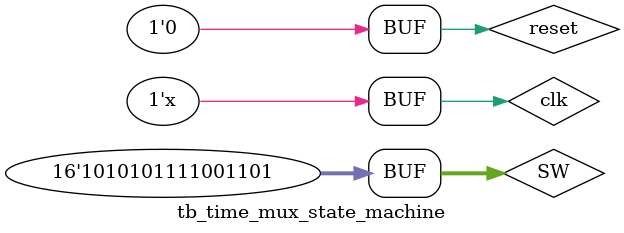
<source format=v>
`timescale 1ns / 1ps


module tb_time_mux_state_machine;
reg clk;
reg reset;
reg [15:0] SW;
wire [3:0] an;
wire [6:0] sseg;

time_multiplexing_main u1 (
.clk(clk),
.reset(reset),
.SW(SW),
.an(an),
.sseg(sseg)
);

initial begin

clk = 0;
reset = 1;
SW = 16'h0000;

#10
reset = 0;
SW = 16'h0004;

#10

SW = 16'h0034;

#10

reset = 1;

#10

reset = 0;

SW = 16'h0234;

#10

SW = 16'hABCD;

end

always
#5 clk = ~clk;


endmodule

</source>
